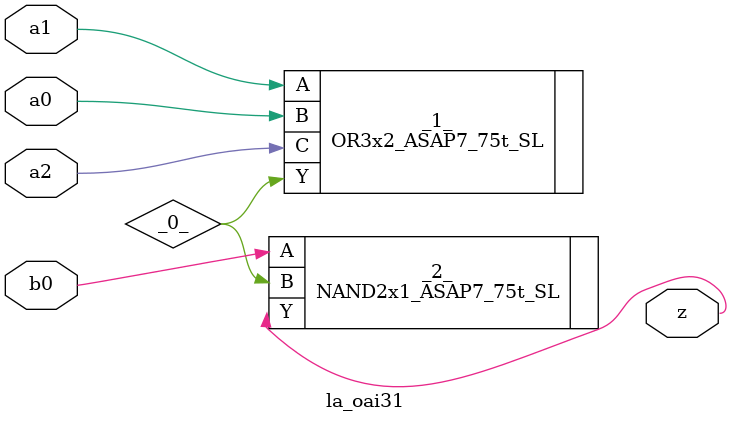
<source format=v>

/* Generated by Yosys 0.37 (git sha1 a5c7f69ed, clang 14.0.0-1ubuntu1.1 -fPIC -Os) */

module la_oai31(a0, a1, a2, b0, z);
  wire _0_;
  input a0;
  wire a0;
  input a1;
  wire a1;
  input a2;
  wire a2;
  input b0;
  wire b0;
  output z;
  wire z;
  OR3x2_ASAP7_75t_SL _1_ (
    .A(a1),
    .B(a0),
    .C(a2),
    .Y(_0_)
  );
  NAND2x1_ASAP7_75t_SL _2_ (
    .A(b0),
    .B(_0_),
    .Y(z)
  );
endmodule

</source>
